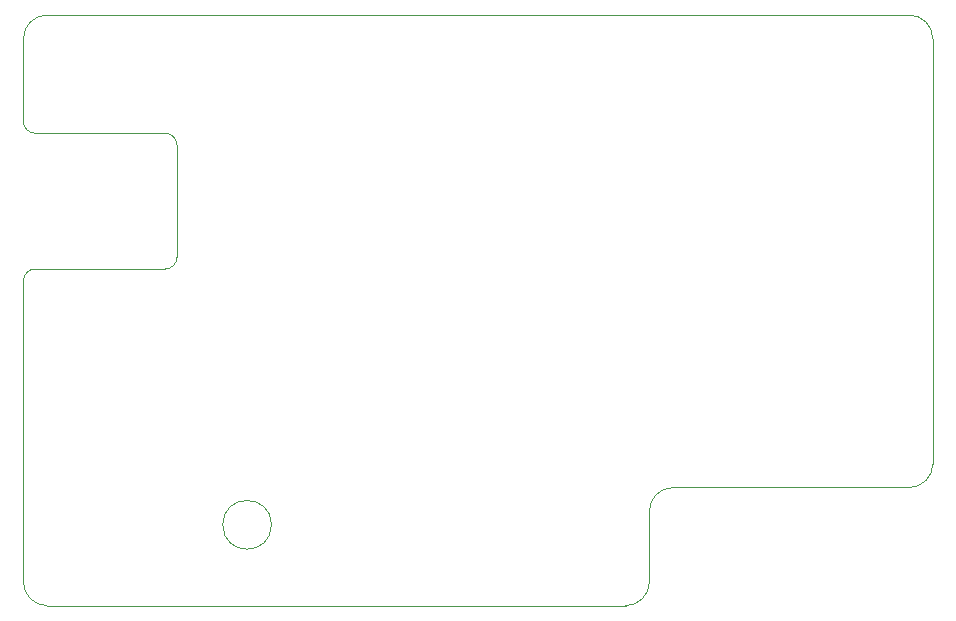
<source format=gm1>
G04 #@! TF.FileFunction,Profile,NP*
%FSLAX46Y46*%
G04 Gerber Fmt 4.6, Leading zero omitted, Abs format (unit mm)*
G04 Created by KiCad (PCBNEW 0.201512291232+6408~40~ubuntu14.04.1-stable) date Mon 28 Mar 2016 01:31:09 BST*
%MOMM*%
G01*
G04 APERTURE LIST*
%ADD10C,0.100000*%
G04 APERTURE END LIST*
D10*
X152000000Y-100500000D02*
X152000000Y-126000000D01*
X152000000Y-80000000D02*
X152000000Y-87000000D01*
X165000000Y-89000000D02*
G75*
G03X164000000Y-88000000I-1000000J0D01*
G01*
X164000000Y-99500000D02*
G75*
G03X165000000Y-98500000I0J1000000D01*
G01*
X153000000Y-99500000D02*
G75*
G03X152000000Y-100500000I0J-1000000D01*
G01*
X152000000Y-87000000D02*
G75*
G03X153000000Y-88000000I1000000J0D01*
G01*
X165000000Y-98500000D02*
X165000000Y-89000000D01*
X153000000Y-99500000D02*
X164000000Y-99500000D01*
X153000000Y-88000000D02*
X164000000Y-88000000D01*
X173006056Y-121158000D02*
G75*
G03X173006056Y-121158000I-2064056J0D01*
G01*
X229000000Y-80000000D02*
G75*
G03X227000000Y-78000000I-2000000J0D01*
G01*
X154000000Y-78000000D02*
G75*
G03X152000000Y-80000000I0J-2000000D01*
G01*
X152000000Y-126000000D02*
G75*
G03X154000000Y-128000000I2000000J0D01*
G01*
X203000000Y-128000000D02*
G75*
G03X205000000Y-126000000I0J2000000D01*
G01*
X207000000Y-118000000D02*
G75*
G03X205000000Y-120000000I0J-2000000D01*
G01*
X227000000Y-118000000D02*
G75*
G03X229000000Y-116000000I0J2000000D01*
G01*
X229000000Y-80000000D02*
X229000000Y-116000000D01*
X154000000Y-78000000D02*
X227000000Y-78000000D01*
X203000000Y-128000000D02*
X154000000Y-128000000D01*
X205000000Y-120000000D02*
X205000000Y-126000000D01*
X227000000Y-118000000D02*
X207000000Y-118000000D01*
M02*

</source>
